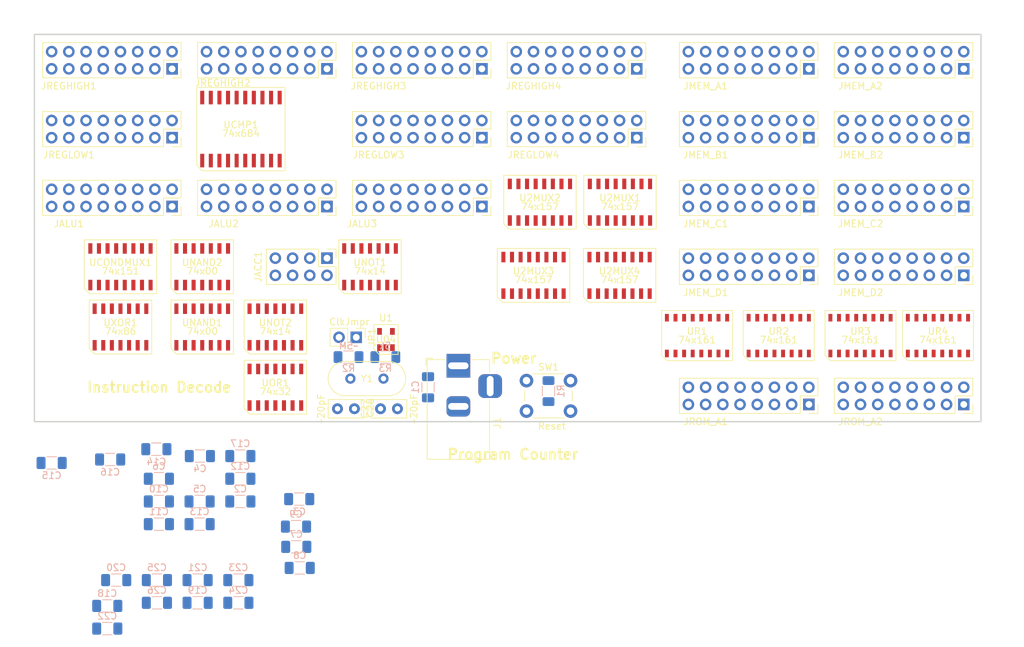
<source format=kicad_pcb>
(kicad_pcb (version 20211014) (generator pcbnew)
  (layers (0 "F.Cu" signal) (1 "In1.Cu" signal) (2 "In2.Cu" signal) (31 "B.Cu" signal) (34 "B.Paste" user) (35 "F.Paste" user) (36 "B.SilkS" user "B.Silkscreen") (37 "F.SilkS" user "F.Silkscreen") (38 "B.Mask" user) (39 "F.Mask" user) (44 "Edge.Cuts" user))
  (net 0 "")
  (net 1 "VCC")
  (net 2 "GND")
  (net 3 "/IN_R0")
  (net 4 "/IN_R2")
  (net 5 "/IN_R3")
  (net 6 "/cmpgt")
  (net 7 "/RCS0")
  (net 8 "/RCD0")
  (net 9 "/RCS1")
  (net 10 "/RCD1")
  (net 11 "/RCS2")
  (net 12 "/RCD2")
  (net 13 "/RCS3")
  (net 14 "/RCD3")
  (net 15 "/RCS4")
  (net 16 "/RCD4")
  (net 17 "/RCS5")
  (net 18 "/RCD5")
  (net 19 "/RCS6")
  (net 20 "/RCD6")
  (net 21 "/RCS7")
  (net 22 "/RCD7")
  (net 23 "/cmpeq")
  (net 24 "/NEWCOND")
  (net 25 "Net-(UCONDMUX1-Pad5)")
  (net 27 "/IMM3")
  (net 28 "/IMM2")
  (net 29 "/IMM1")
  (net 30 "/FLAG_CARRY")
  (net 31 "/cmplt")
  (net 32 "/PCEVENT")
  (net 33 "/OUT_REGDATA3")
  (net 34 "/~{IS_SKIP}")
  (net 35 "/IN_R1")
  (net 36 "/~{IS_JMP}")
  (net 37 "/OUT_REGDATA7")
  (net 38 "/~{RST}")
  (net 39 "/CLK_WB")
  (net 40 "/REGMEM0")
  (net 41 "/REGMEM1")
  (net 42 "/REGMEM2")
  (net 43 "/REGMEM3")
  (net 44 "/CEP")
  (net 45 "/ROMADDR0")
  (net 46 "/ROMADDR8")
  (net 47 "/ROMADDR1")
  (net 48 "/ROMADDR9")
  (net 49 "/CARRY0")
  (net 50 "/REGMEM4")
  (net 51 "/REGMEM5")
  (net 52 "/REGMEM6")
  (net 53 "/REGMEM7")
  (net 54 "/ROMADDR2")
  (net 55 "/ROMADDR10")
  (net 56 "/ROMADDR3")
  (net 57 "/ROMADDR11")
  (net 58 "/CARRY1")
  (net 59 "/REGMEM8")
  (net 60 "/REGMEM9")
  (net 61 "/REGMEM10")
  (net 62 "/REGMEM11")
  (net 63 "/ROMADDR4")
  (net 64 "/ROMADDR12")
  (net 65 "/ROMADDR5")
  (net 66 "/ROMADDR13")
  (net 67 "/CARRY2")
  (net 68 "/REGMEM12")
  (net 69 "/REGMEM13")
  (net 70 "/REGMEM14")
  (net 71 "/REGMEM15")
  (net 72 "/ROMADDR6")
  (net 73 "/ROMADDR14")
  (net 74 "/ROMADDR7")
  (net 75 "/ROMADDR15")
  (net 76 "/OVERFLOW")
  (net 77 "/IMM0")
  (net 78 "/OUT_REGDATA2")
  (net 81 "/OUT_REGDATA6")
  (net 82 "/OUT_REGDATA1")
  (net 83 "/OUT_REGDATA5")
  (net 84 "/OUT_REGDATA0")
  (net 85 "/OUT_REGDATA4")
  (net 86 "Net-(C1-Pad1)")
  (net 87 "/IN_IMMEDIATE3")
  (net 88 "/Daughter Boards/OUT_CARRY")
  (net 89 "/IN_IMMEDIATE2")
  (net 90 "/Daughter Boards/CHANGEOUT")
  (net 91 "/IN_IMMEDIATE1")
  (net 92 "/IN_IMMEDIATE0")
  (net 93 "/Daughter Boards/IN_ACC7")
  (net 94 "/Daughter Boards/IN_ACC3")
  (net 95 "/Daughter Boards/IN_ACC6")
  (net 96 "/Daughter Boards/IN_ACC2")
  (net 97 "/Daughter Boards/IN_ACC5")
  (net 98 "/Daughter Boards/IN_ACC1")
  (net 99 "/Daughter Boards/IN_ACC4")
  (net 100 "/Daughter Boards/IN_ACC0")
  (net 101 "/Daughter Boards/OPB_IS_IMM")
  (net 102 "/Daughter Boards/IMM_HIGH")
  (net 103 "/DATAOUT_LOW1")
  (net 104 "/DATAOUT_LOW0")
  (net 105 "/DATAOUT_LOW3")
  (net 106 "/DATAOUT_LOW2")
  (net 107 "/DATAOUT_LOW5")
  (net 108 "/DATAOUT_LOW4")
  (net 109 "/DATAOUT_LOW7")
  (net 110 "/DATAOUT_LOW6")
  (net 111 "/DATAOUT_HIGH1")
  (net 112 "/DATAOUT_HIGH0")
  (net 113 "/DATAOUT_HIGH3")
  (net 114 "/DATAOUT_HIGH2")
  (net 115 "/DATAOUT_HIGH5")
  (net 116 "/DATAOUT_HIGH4")
  (net 117 "/DATAOUT_HIGH7")
  (net 118 "/DATAOUT_HIGH6")
  (net 119 "/ALU_RESULT7")
  (net 120 "/ALU_RESULT6")
  (net 121 "/ALU_RESULT5")
  (net 122 "/ALU_RESULT4")
  (net 123 "/ALU_RESULT3")
  (net 124 "/ALU_RESULT2")
  (net 125 "/ALU_RESULT1")
  (net 126 "/ALU_RESULT0")
  (net 127 "/MEM_DATA0")
  (net 128 "/MEM_DATA1")
  (net 129 "/MEM_DATA2")
  (net 130 "/DATAIN6")
  (net 131 "/DATAIN7")
  (net 132 "/MEM_DATA3")
  (net 133 "/MEM_DATA4")
  (net 134 "/MEM_DATA5")
  (net 135 "/MEM_DATA6")
  (net 136 "/MEM_DATA7")
  (net 137 "/~{MEMORY_READ}")
  (net 138 "/Daughter Boards/~{IN_L}")
  (net 139 "/~{REG_WE}")
  (net 140 "/DATAIN4")
  (net 141 "Net-(UNAND2-Pad6)")
  (net 142 "Net-(UNAND2-Pad8)")
  (net 143 "Net-(UNAND2-Pad11)")
  (net 144 "/OSC_IN")
  (net 145 "Net-(C28-Pad2)")
  (net 149 "/OPCODE0")
  (net 150 "/OPCODE2")
  (net 151 "/OPCODE3")
  (net 152 "/Daughter Boards/~{MEM_WE}")
  (net 153 "/Daughter Boards/~{MEM_OE}")
  (net 154 "Net-(JP1-Pad1)")
  (net 155 "/DATAIN5")
  (net 156 "/Daughter Boards/WRITEID2")
  (net 157 "/Daughter Boards/WRITEID1")
  (net 158 "/Daughter Boards/WRITEID0")
  (net 159 "/Daughter Boards/WRITEID3")
  (net 160 "/DATAIN2")
  (net 161 "/DATAIN3")
  (net 162 "/DATAIN0")
  (net 163 "/DATAIN1")
  (net 164 "/~{L}")
  (net 165 "/D0")
  (net 166 "/~{D0}")
  (net 167 "/~{D1}")
  (net 168 "/D2")
  (net 169 "/D4")
  (net 170 "/~{D4}")
  (net 171 "/D5")
  (net 172 "/~{D5}")
  (net 173 "/D6")
  (net 174 "/~{D6}")
  (net 175 "/~{OPCODE0}")
  (net 176 "/CLK")
  (net 177 "/IS_JUMP")
  (net 178 "/IS_SKIP")
  (net 183 "/~{MEM_WE}")
  (net 184 "/SWAP_NIBBLES")
  (net 185 "/~{D2}")
  (net 195 "/OSC_OUT")
  (footprint "000custom:TSOP5-CASE483" (layer "F.Cu") (at 120.462 123.768)
    (fp_text reference "U1")
    (fp_text value "U04")
  )
  (footprint "Connector_PinSocket_2.54mm:PinSocket_2x08_P2.54mm_Vertical" (layer "F.Cu") (at 134.62 83.82 -90)
    (fp_text reference "JREGHIGH3")
    (fp_text value "Conn2x8")
  )
  (footprint "Connector_PinSocket_2.54mm:PinSocket_2x08_P2.54mm_Vertical" (layer "F.Cu") (at 134.62 93.98 -90)
    (fp_text reference "JREGLOW3")
    (fp_text value "Conn2x8")
  )
  (footprint "Connector_PinSocket_2.54mm:PinSocket_2x08_P2.54mm_Vertical" (layer "F.Cu") (at 205.74 93.98 -90)
    (fp_text reference "JMEM_B2")
    (fp_text value "Conn2x8")
  )
  (footprint "Connector_PinSocket_2.54mm:PinSocket_2x08_P2.54mm_Vertical" (layer "F.Cu") (at 88.9 104.14 -90)
    (fp_text reference "JALU1")
    (fp_text value "Conn2x8")
  )
  (footprint "000custom:D_R-PDSO-G14" (layer "F.Cu") (at 118.11 113.03)
    (fp_text reference "UNOT1")
    (fp_text value "74x14")
  )
  (footprint "000custom:D_R-PDSO-G16" (layer "F.Cu") (at 142.24 114.3)
    (fp_text reference "U2MUX3")
    (fp_text value "74x157")
  )
  (footprint "Connector_PinSocket_2.54mm:PinSocket_2x08_P2.54mm_Vertical" (layer "F.Cu") (at 111.76 83.82 -90)
    (fp_text reference "JREGHIGH2")
    (fp_text value "Conn2x8")
  )
  (footprint "Connector_PinSocket_2.54mm:PinSocket_2x08_P2.54mm_Vertical" (layer "F.Cu") (at 182.88 83.82 -90)
    (fp_text reference "JMEM_A1")
    (fp_text value "Conn2x8")
  )
  (footprint "Connector_PinSocket_2.54mm:PinSocket_2x08_P2.54mm_Vertical" (layer "F.Cu") (at 182.88 104.14 -90)
    (fp_text reference "JMEM_C1")
    (fp_text value "Conn2x8")
  )
  (footprint "Connector_PinSocket_2.54mm:PinSocket_2x08_P2.54mm_Vertical" (layer "F.Cu") (at 205.74 104.14 -90)
    (fp_text reference "JMEM_C2")
    (fp_text value "Conn2x8")
  )
  (footprint "000custom:D_R-PDSO-G16" (layer "F.Cu") (at 155 103.505)
    (fp_text reference "U2MUX1")
    (fp_text value "74x157")
  )
  (footprint "000custom:D_R-PDSO-G16" (layer "F.Cu") (at 143.19 103.505)
    (fp_text reference "U2MUX2")
    (fp_text value "74x157")
  )
  (footprint "Capacitor_THT:C_Disc_D5.0mm_W2.5mm_P2.50mm" (layer "F.Cu") (at 122.16 133.985 180)
    (fp_text reference "C27")
    (fp_text value "~20pF")
  )
  (footprint "000custom:D_R-PDSO-G14" (layer "F.Cu") (at 93.345 113.03)
    (fp_text reference "UNAND2")
    (fp_text value "74x00")
  )
  (footprint "Connector_PinSocket_2.54mm:PinSocket_2x08_P2.54mm_Vertical" (layer "F.Cu") (at 205.74 133.35 -90)
    (fp_text reference "JROM_A2")
    (fp_text value "Conn2x8")
  )
  (footprint "Crystal:Crystal_HC49-4H_Vertical" (layer "F.Cu") (at 120.095 129.54 180)
    (fp_text reference "Y1")
    (fp_text value "Crystal")
  )
  (footprint "Connector_PinSocket_2.54mm:PinSocket_2x08_P2.54mm_Vertical" (layer "F.Cu") (at 134.62 104.14 -90)
    (fp_text reference "JALU3")
    (fp_text value "Conn2x8")
  )
  (footprint "Connector_PinSocket_2.54mm:PinSocket_2x08_P2.54mm_Vertical" (layer "F.Cu") (at 182.88 114.3 -90)
    (fp_text reference "JMEM_D1")
    (fp_text value "Conn2x8")
  )
  (footprint "Connector_PinSocket_2.54mm:PinSocket_2x08_P2.54mm_Vertical" (layer "F.Cu") (at 111.76 104.14 -90)
    (fp_text reference "JALU2")
    (fp_text value "Conn2x8")
  )
  (footprint "Connector_PinSocket_2.54mm:PinSocket_2x08_P2.54mm_Vertical" (layer "F.Cu") (at 205.74 83.82 -90)
    (fp_text reference "JMEM_A2")
    (fp_text value "Conn2x8")
  )
  (footprint "Connector_PinHeader_2.54mm:PinHeader_1x02_P2.54mm_Vertical" (layer "F.Cu") (at 116.078 123.444 -90)
    (fp_text reference "JP1")
    (fp_text value "ClkJmpr")
  )
  (footprint "Connector_PinSocket_2.54mm:PinSocket_2x08_P2.54mm_Vertical" (layer "F.Cu") (at 157.48 93.98 -90)
    (fp_text reference "JREGLOW4")
    (fp_text value "Conn2x8")
  )
  (footprint "Connector_BarrelJack:BarrelJack_Horizontal" (layer "F.Cu") (at 131.145 127.6425 90)
    (fp_text reference "J1")
    (fp_text value "PowerBarrel")
  )
  (footprint "Connector_PinSocket_2.54mm:PinSocket_2x08_P2.54mm_Vertical" (layer "F.Cu") (at 88.9 83.82 -90)
    (fp_text reference "JREGHIGH1")
    (fp_text value "Conn2x8")
  )
  (footprint "Connector_PinSocket_2.54mm:PinSocket_2x08_P2.54mm_Vertical" (layer "F.Cu") (at 182.88 93.98 -90)
    (fp_text reference "JMEM_B1")
    (fp_text value "Conn2x8")
  )
  (footprint "000custom:SOIC16-ONSEMI_751B-05_K" (layer "F.Cu") (at 190.5 123.19)
    (fp_text reference "UR3")
    (fp_text value "74x161")
  )
  (footprint "000custom:D_R-PDSO-G14" (layer "F.Cu") (at 81.28 121.92)
    (fp_text reference "UXOR1")
    (fp_text value "74x86")
  )
  (footprint "000custom:SOIC16-ONSEMI_751B-05_K" (layer "F.Cu") (at 166.37 123.19)
    (fp_text reference "UR1")
    (fp_text value "74x161")
  )
  (footprint "000custom:SOIC20_TI_DW0020A" (layer "F.Cu") (at 99.06 92.71)
    (fp_text reference "UCMP1")
    (fp_text value "74x684")
  )
  (footprint "Connector_PinSocket_2.54mm:PinSocket_2x08_P2.54mm_Vertical" (layer "F.Cu") (at 157.48 83.82 -90)
    (fp_text reference "JREGHIGH4")
    (fp_text value "Conn2x8")
  )
  (footprint "000custom:D_R-PDSO-G14" (layer "F.Cu") (at 93.345 121.92)
    (fp_text reference "UNAND1")
    (fp_text value "74x00")
  )
  (footprint "Connector_PinSocket_2.54mm:PinSocket_2x08_P2.54mm_Vertical" (layer "F.Cu") (at 205.74 114.3 -90)
    (fp_text reference "JMEM_D2")
    (fp_text value "Conn2x8")
  )
  (footprint "Connector_PinHeader_2.54mm:PinHeader_2x04_P2.54mm_Vertical" (layer "F.Cu") (at 111.76 111.76 -90)
    (fp_text reference "JACC1")
    (fp_text value "Conn_02x04")
  )
  (footprint "Connector_PinSocket_2.54mm:PinSocket_2x08_P2.54mm_Vertical" (layer "F.Cu") (at 182.88 133.35 -90)
    (fp_text reference "JROM_A1")
    (fp_text value "Conn2x8")
  )
  (footprint "000custom:D_R-PDSO-G14" (layer "F.Cu") (at 104.14 130.81)
    (fp_text reference "UOR1")
    (fp_text value "74x32")
  )
  (footprint "000custom:D_R-PDSO-G16" (layer "F.Cu") (at 81.28 113.03)
    (fp_text reference "UCONDMUX1")
    (fp_text value "74x151")
  )
  (footprint "000custom:SOIC16-ONSEMI_751B-05_K" (layer "F.Cu") (at 178.435 123.19)
    (fp_text reference "UR2")
    (fp_text value "74x161")
  )
  (footprint "Button_Switch_THT:SW_PUSH_6mm_H5mm" (layer "F.Cu") (at 141.2025 129.8325)
    (fp_text reference "SW1")
    (fp_text value "Reset")
  )
  (footprint "000custom:SOIC16-ONSEMI_751B-05_K" (layer "F.Cu") (at 201.93 123.19)
    (fp_text reference "UR4")
    (fp_text value "74x161")
  )
  (footprint "000custom:D_R-PDSO-G16" (layer "F.Cu") (at 154.94 114.3)
    (fp_text reference "U2MUX4")
    (fp_text value "74x157")
  )
  (footprint "Capacitor_THT:C_Disc_D5.0mm_W2.5mm_P2.50mm" (layer "F.Cu") (at 113.31 133.985)
    (fp_text reference "C28")
    (fp_text value "~20pF")
  )
  (footprint "Connector_PinSocket_2.54mm:PinSocket_2x08_P2.54mm_Vertical" (layer "F.Cu") (at 88.9 93.98 -90)
    (fp_text reference "JREGLOW1")
    (fp_text value "Conn2x8")
  )
  (footprint "000custom:D_R-PDSO-G14" (layer "F.Cu") (at 104.14 121.92)
    (fp_text reference "UNOT2")
    (fp_text value "74x14")
  )
  (footprint "Capacitor_SMD:C_1206_3216Metric_Pad1.33x1.80mm_HandSolder" (layer "B.Cu") (at 71.12 141.986)
    (fp_text reference "C15")
    (fp_text value ".1uF")
  )
  (footprint "Capacitor_SMD:C_1206_3216Metric_Pad1.33x1.80mm_HandSolder" (layer "B.Cu") (at 79.756 141.478)
    (fp_text reference "C16")
    (fp_text value ".1uF")
  )
  (footprint "Resistor_SMD:R_1206_3216Metric_Pad1.30x1.75mm_HandSolder" (layer "B.Cu") (at 144.4525 131.3825 90)
    (fp_text reference "R1")
    (fp_text value "10k")
  )
  (footprint "Capacitor_SMD:C_1206_3216Metric_Pad1.33x1.80mm_HandSolder" (layer "B.Cu") (at 80.6475 159.275 180)
    (fp_text reference "C20")
    (fp_text value ".1uF")
  )
  (footprint "Capacitor_SMD:C_1206_3216Metric_Pad1.33x1.80mm_HandSolder" (layer "B.Cu") (at 107.7345 157.48 180)
    (fp_text reference "C8")
    (fp_text value ".1uF")
  )
  (footprint "Capacitor_SMD:C_1206_3216Metric_Pad1.33x1.80mm_HandSolder" (layer "B.Cu") (at 79.33 166.435 180)
    (fp_text reference "C22")
    (fp_text value ".1uF")
  )
  (footprint "Capacitor_SMD:C_1206_3216Metric_Pad1.33x1.80mm_HandSolder" (layer "B.Cu") (at 98.97 144.32 180)
    (fp_text reference "C12")
    (fp_text value ".1uF")
  )
  (footprint "Capacitor_SMD:C_1206_3216Metric_Pad1.33x1.80mm_HandSolder" (layer "B.Cu") (at 86.95 147.67 180)
    (fp_text reference "C10")
    (fp_text value ".1uF")
  )
  (footprint "Capacitor_SMD:C_1206_3216Metric_Pad1.33x1.80mm_HandSolder" (layer "B.Cu") (at 98.6775 162.625 180)
    (fp_text reference "C24")
    (fp_text value ".1uF")
  )
  (footprint "Capacitor_SMD:C_1206_3216Metric_Pad1.33x1.80mm_HandSolder" (layer "B.Cu") (at 92.6675 162.625 180)
    (fp_text reference "C19")
    (fp_text value ".1uF")
  )
  (footprint "Resistor_SMD:R_1206_3216Metric_Pad1.30x1.75mm_HandSolder" (layer "B.Cu") (at 114.935 126.365)
    (fp_text reference "R2")
    (fp_text value "~5M")
  )
  (footprint "Capacitor_SMD:C_1206_3216Metric_Pad1.33x1.80mm_HandSolder" (layer "B.Cu") (at 86.6575 162.625 180)
    (fp_text reference "C26")
    (fp_text value ".1uF")
  )
  (footprint "Capacitor_SMD:C_1206_3216Metric_Pad1.33x1.80mm_HandSolder" (layer "B.Cu") (at 92.96 147.67 180)
    (fp_text reference "C5")
    (fp_text value ".1uF")
  )
  (footprint "Capacitor_SMD:C_1206_3216Metric_Pad1.33x1.80mm_HandSolder" (layer "B.Cu") (at 107.6575 147.32)
    (fp_text reference "C3")
    (fp_text value ".1uF")
  )
  (footprint "Capacitor_SMD:C_1206_3216Metric_Pad1.33x1.80mm_HandSolder" (layer "B.Cu") (at 107.188 151.384 180)
    (fp_text reference "C9")
    (fp_text value ".1uF")
  )
  (footprint "Resistor_SMD:R_1206_3216Metric_Pad1.30x1.75mm_HandSolder" (layer "B.Cu") (at 120.37 126.365)
    (fp_text reference "R3")
    (fp_text value "5k")
  )
  (footprint "Capacitor_SMD:C_1206_3216Metric_Pad1.33x1.80mm_HandSolder" (layer "B.Cu") (at 98.97 140.97 180)
    (fp_text reference "C17")
    (fp_text value ".1uF")
  )
  (footprint "Capacitor_SMD:C_1206_3216Metric_Pad1.33x1.80mm_HandSolder" (layer "B.Cu") (at 93.0025 140.97)
    (fp_text reference "C4")
    (fp_text value ".1uF")
  )
  (footprint "Capacitor_SMD:C_1206_3216Metric_Pad1.33x1.80mm_HandSolder" (layer "B.Cu") (at 98.6775 159.275 180)
    (fp_text reference "C23")
    (fp_text value ".1uF")
  )
  (footprint "Capacitor_SMD:C_1206_3216Metric_Pad1.33x1.80mm_HandSolder" (layer "B.Cu") (at 92.96 151.02 180)
    (fp_text reference "C13")
    (fp_text value ".1uF")
  )
  (footprint "Capacitor_SMD:C_1206_3216Metric_Pad1.33x1.80mm_HandSolder" (layer "B.Cu") (at 107.2265 154.37 180)
    (fp_text reference "C7")
    (fp_text value ".1uF")
  )
  (footprint "Capacitor_SMD:C_1206_3216Metric_Pad1.33x1.80mm_HandSolder" (layer "B.Cu") (at 126.6725 130.81 -90)
    (fp_text reference "C1")
    (fp_text value "10uF")
  )
  (footprint "Capacitor_SMD:C_1206_3216Metric_Pad1.33x1.80mm_HandSolder" (layer "B.Cu") (at 86.95 151.02 180)
    (fp_text reference "C11")
    (fp_text value ".1uF")
  )
  (footprint "Capacitor_SMD:C_1206_3216Metric_Pad1.33x1.80mm_HandSolder" (layer "B.Cu") (at 98.97 147.67 180)
    (fp_text reference "C2")
    (fp_text value ".1uF")
  )
  (footprint "Capacitor_SMD:C_1206_3216Metric_Pad1.33x1.80mm_HandSolder" (layer "B.Cu") (at 86.6575 159.275 180)
    (fp_text reference "C25")
    (fp_text value ".1uF")
  )
  (footprint "Capacitor_SMD:C_1206_3216Metric_Pad1.33x1.80mm_HandSolder" (layer "B.Cu") (at 86.5755 139.954)
    (fp_text reference "C14")
    (fp_text value ".1uF")
  )
  (footprint "Capacitor_SMD:C_1206_3216Metric_Pad1.33x1.80mm_HandSolder" (layer "B.Cu") (at 79.33 163.085 180)
    (fp_text reference "C18")
    (fp_text value ".1uF")
  )
  (footprint "Capacitor_SMD:C_1206_3216Metric_Pad1.33x1.80mm_HandSolder" (layer "B.Cu") (at 92.6675 159.275 180)
    (fp_text reference "C21")
    (fp_text value ".1uF")
  )
  (footprint "Capacitor_SMD:C_1206_3216Metric_Pad1.33x1.80mm_HandSolder" (layer "B.Cu") (at 86.95 144.32 180)
    (fp_text reference "C6")
    (fp_text value ".1uF")
  )
  (gr_rect (start 68.58 78.74) (end 208.28 135.89) (layer "Edge.Cuts") (width 0.2) (fill none))
  (gr_text "Instruction Decode" (at 86.995 130.81) (layer "F.SilkS") (effects (font (size 1.5 1.5) (thickness 0.3))))
  (gr_text "Program Counter" (at 139.192 140.716) (layer "F.SilkS") (effects (font (size 1.5 1.5) (thickness 0.3))))
  (gr_text "Power" (at 139.3217 126.5453) (layer "F.SilkS") (effects (font (size 1.5 1.5) (thickness 0.3))))
)
</source>
